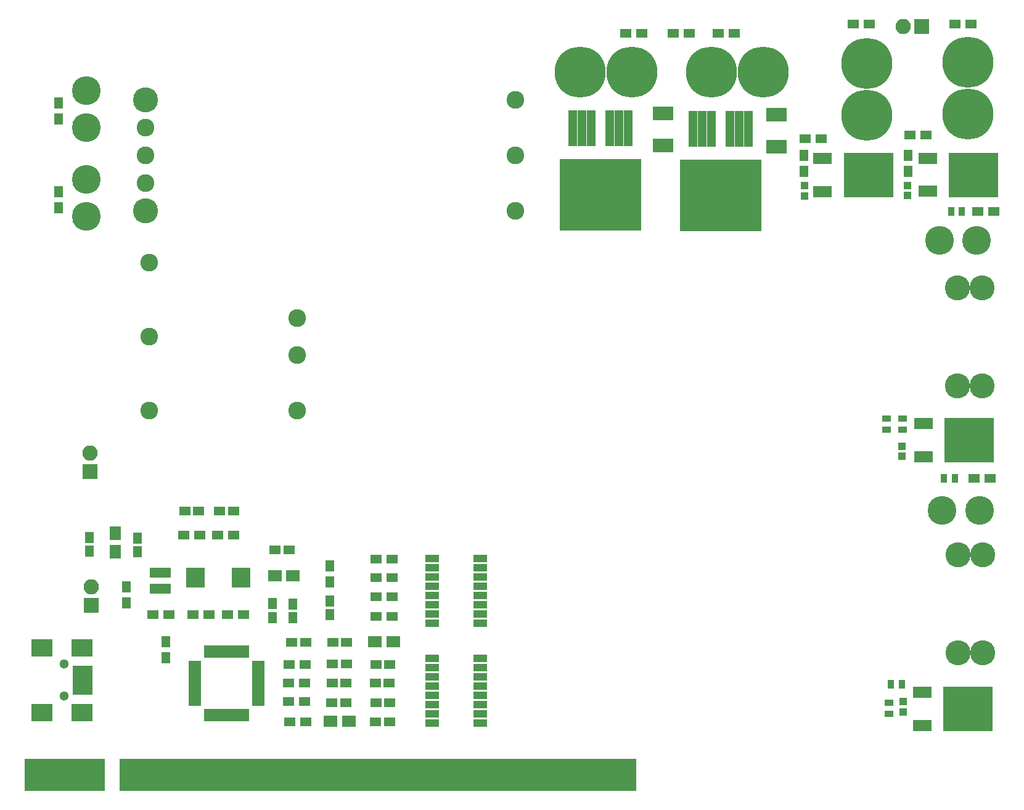
<source format=gts>
G04 #@! TF.FileFunction,Soldermask,Top*
%FSLAX46Y46*%
G04 Gerber Fmt 4.6, Leading zero omitted, Abs format (unit mm)*
G04 Created by KiCad (PCBNEW 4.0.7) date 01/04/18 13:19:04*
%MOMM*%
%LPD*%
G01*
G04 APERTURE LIST*
%ADD10C,0.100000*%
%ADD11R,2.700000X0.900000*%
%ADD12R,2.900000X2.400000*%
%ADD13C,1.300000*%
%ADD14R,1.101040X4.400500*%
%ADD15R,1.101040X3.600400*%
%ADD16C,2.432000*%
%ADD17R,1.600000X1.150000*%
%ADD18R,1.900000X1.000000*%
%ADD19C,3.448000*%
%ADD20R,2.100000X2.100000*%
%ADD21O,2.100000X2.100000*%
%ADD22R,1.300000X1.600000*%
%ADD23R,1.600000X1.300000*%
%ADD24C,3.956000*%
%ADD25R,1.150000X1.600000*%
%ADD26R,1.650000X1.900000*%
%ADD27R,1.900000X1.650000*%
%ADD28R,1.100000X1.000000*%
%ADD29C,7.004000*%
%ADD30R,2.600000X1.600000*%
%ADD31R,6.800000X6.200000*%
%ADD32R,1.200000X5.000000*%
%ADD33R,11.200000X9.800000*%
%ADD34R,1.300000X0.900000*%
%ADD35R,0.900000X1.300000*%
%ADD36R,1.050000X1.460000*%
%ADD37R,1.700000X0.650000*%
%ADD38R,0.650000X1.700000*%
%ADD39R,0.850000X1.850000*%
%ADD40R,2.600000X2.800000*%
G04 APERTURE END LIST*
D10*
D11*
X58934000Y-123596600D03*
X58934000Y-124396600D03*
X58934000Y-125196600D03*
X58934000Y-125996600D03*
X58934000Y-126796600D03*
D12*
X58834000Y-120746600D03*
X53334000Y-120746600D03*
X58834000Y-129646600D03*
X53334000Y-129646600D03*
D13*
X56334000Y-122996600D03*
X56334000Y-127396600D03*
D14*
X64467740Y-138176000D03*
X65465960Y-138176000D03*
X66466720Y-138176000D03*
X67467480Y-138176000D03*
X68465700Y-138176000D03*
X69466460Y-138176000D03*
X70467220Y-138176000D03*
X64467740Y-138176000D03*
X65465960Y-138176000D03*
X66466720Y-138176000D03*
X67467480Y-138176000D03*
X68465700Y-138176000D03*
X69466460Y-138176000D03*
X70467220Y-138176000D03*
X61465460Y-138176000D03*
D15*
X51465480Y-137777220D03*
D14*
X52466240Y-138176000D03*
X53467000Y-138176000D03*
X54467760Y-138176000D03*
X55465980Y-138176000D03*
X56466740Y-138176000D03*
X57467500Y-138176000D03*
X58465720Y-138176000D03*
X59466480Y-138176000D03*
X60467240Y-138176000D03*
X51465480Y-138176000D03*
X52466240Y-138176000D03*
X53467000Y-138176000D03*
X54467760Y-138176000D03*
X55465980Y-138176000D03*
X56466740Y-138176000D03*
X57467500Y-138176000D03*
X58465720Y-138176000D03*
X59466480Y-138176000D03*
X60467240Y-138176000D03*
X61465460Y-138176000D03*
X71465440Y-138176000D03*
X72466200Y-138176000D03*
X73466960Y-138176000D03*
X74467720Y-138176000D03*
X75465940Y-138176000D03*
X76466700Y-138176000D03*
X77467460Y-138176000D03*
X78465680Y-138176000D03*
X79466440Y-138176000D03*
X80467200Y-138176000D03*
X81465420Y-138176000D03*
X82466180Y-138176000D03*
X83466940Y-138176000D03*
X84467700Y-138176000D03*
X71465440Y-138176000D03*
X72466200Y-138176000D03*
X73466960Y-138176000D03*
X74467720Y-138176000D03*
X75465940Y-138176000D03*
X76466700Y-138176000D03*
X77467460Y-138176000D03*
X78465680Y-138176000D03*
X79466440Y-138176000D03*
X80467200Y-138176000D03*
X81465420Y-138176000D03*
X82466180Y-138176000D03*
X83466940Y-138176000D03*
X84467700Y-138176000D03*
X85465920Y-138176000D03*
X86466680Y-138176000D03*
X87467440Y-138176000D03*
X88465660Y-138176000D03*
X89466420Y-138176000D03*
X90467180Y-138176000D03*
X91465400Y-138176000D03*
X92466160Y-138176000D03*
X93466920Y-138176000D03*
X94467680Y-138176000D03*
X95465900Y-138176000D03*
X96466660Y-138176000D03*
X97467420Y-138176000D03*
X98465640Y-138176000D03*
X99466400Y-138176000D03*
X100467160Y-138176000D03*
X101465380Y-138176000D03*
X85465920Y-138176000D03*
X86466680Y-138176000D03*
X87467440Y-138176000D03*
X88465660Y-138176000D03*
X89466420Y-138176000D03*
X90467180Y-138176000D03*
X91465400Y-138176000D03*
X92466160Y-138176000D03*
X93466920Y-138176000D03*
X94467680Y-138176000D03*
X95465900Y-138176000D03*
X96466660Y-138176000D03*
X97467420Y-138176000D03*
X98465640Y-138176000D03*
X99466400Y-138176000D03*
X100467160Y-138176000D03*
X101465380Y-138176000D03*
X102466140Y-138176000D03*
X103466900Y-138176000D03*
X104467660Y-138176000D03*
X105465880Y-138176000D03*
X106466640Y-138176000D03*
X107467400Y-138176000D03*
X108465620Y-138176000D03*
X109466380Y-138176000D03*
X110467140Y-138176000D03*
X111465360Y-138176000D03*
X112466120Y-138176000D03*
X113466880Y-138176000D03*
X114467640Y-138176000D03*
X115465860Y-138176000D03*
X116466620Y-138176000D03*
X117467380Y-138176000D03*
X118465600Y-138176000D03*
X119466360Y-138176000D03*
X120467120Y-138176000D03*
X121465340Y-138176000D03*
X122466100Y-138176000D03*
X123466860Y-138176000D03*
X124467620Y-138176000D03*
X125465840Y-138176000D03*
X126466600Y-138176000D03*
X127467360Y-138176000D03*
X128465580Y-138176000D03*
X129466340Y-138176000D03*
X130467100Y-138176000D03*
X131467860Y-138176000D03*
X132466080Y-138176000D03*
X133466840Y-138176000D03*
X134467600Y-138176000D03*
X102466140Y-138176000D03*
X103466900Y-138176000D03*
X104467660Y-138176000D03*
X105465880Y-138176000D03*
X106466640Y-138176000D03*
X107467400Y-138176000D03*
X108465620Y-138176000D03*
X109466380Y-138176000D03*
X110467140Y-138176000D03*
X111465360Y-138176000D03*
X112466120Y-138176000D03*
X113466880Y-138176000D03*
X114467640Y-138176000D03*
X115465860Y-138176000D03*
X116466620Y-138176000D03*
X117467380Y-138176000D03*
X118465600Y-138176000D03*
X119466360Y-138176000D03*
X120467120Y-138176000D03*
X121465340Y-138176000D03*
X122466100Y-138176000D03*
X123466860Y-138176000D03*
X124467620Y-138176000D03*
X125465840Y-138176000D03*
X126466600Y-138176000D03*
X127467360Y-138176000D03*
X128465580Y-138176000D03*
X129466340Y-138176000D03*
X130467100Y-138176000D03*
X131467860Y-138176000D03*
X132466080Y-138176000D03*
D15*
X133466840Y-137777220D03*
D14*
X134467600Y-138176000D03*
D16*
X88392000Y-75438000D03*
X88392000Y-80518000D03*
X68072000Y-67818000D03*
X68072000Y-77978000D03*
X68072000Y-88138000D03*
X88392000Y-88138000D03*
D17*
X99189500Y-123063000D03*
X101089500Y-123063000D03*
D18*
X106938000Y-108458000D03*
X106938000Y-109728000D03*
X106938000Y-110998000D03*
X106938000Y-112268000D03*
X106938000Y-113538000D03*
X106938000Y-114808000D03*
X106938000Y-116078000D03*
X106938000Y-117348000D03*
X113538000Y-117348000D03*
X113538000Y-116078000D03*
X113538000Y-114808000D03*
X113538000Y-113538000D03*
X113538000Y-112268000D03*
X113538000Y-110998000D03*
X113538000Y-109728000D03*
X113538000Y-108458000D03*
D19*
X67564000Y-60706000D03*
D16*
X67564000Y-56896000D03*
X67564000Y-53086000D03*
X67564000Y-49276000D03*
D19*
X67564000Y-45466000D03*
D16*
X118364000Y-45466000D03*
X118364000Y-53086000D03*
X118364000Y-60706000D03*
X118364000Y-60706000D03*
X118364000Y-53086000D03*
X118364000Y-45466000D03*
D19*
X67564000Y-45466000D03*
D16*
X67564000Y-49276000D03*
X67564000Y-53086000D03*
X67564000Y-56896000D03*
D19*
X67564000Y-60706000D03*
D18*
X106934000Y-122174000D03*
X106934000Y-123444000D03*
X106934000Y-124714000D03*
X106934000Y-125984000D03*
X106934000Y-127254000D03*
X106934000Y-128524000D03*
X106934000Y-129794000D03*
X106934000Y-131064000D03*
X113534000Y-131064000D03*
X113534000Y-129794000D03*
X113534000Y-128524000D03*
X113534000Y-127254000D03*
X113534000Y-125984000D03*
X113534000Y-124714000D03*
X113534000Y-123444000D03*
X113534000Y-122174000D03*
D20*
X59944000Y-96520000D03*
D21*
X59944000Y-93980000D03*
D22*
X55626000Y-60282000D03*
X55626000Y-58082000D03*
D23*
X76304500Y-116205000D03*
X74104500Y-116205000D03*
D20*
X174142400Y-35433000D03*
D21*
X171602400Y-35433000D03*
D22*
X55626000Y-48090000D03*
X55626000Y-45890000D03*
D24*
X59436000Y-44196000D03*
X59436000Y-49326800D03*
D23*
X78846500Y-116205000D03*
X81046500Y-116205000D03*
D24*
X59436000Y-56388000D03*
X59436000Y-61518800D03*
D25*
X85026500Y-116581000D03*
X85026500Y-114681000D03*
D17*
X72966500Y-101981000D03*
X74866500Y-101981000D03*
D26*
X63436500Y-105049000D03*
X63436500Y-107549000D03*
D17*
X77732824Y-101981000D03*
X79632824Y-101981000D03*
X93286500Y-120015000D03*
X95186500Y-120015000D03*
D27*
X85300500Y-110871000D03*
X87800500Y-110871000D03*
D17*
X93163409Y-125603000D03*
X95063409Y-125603000D03*
X87632500Y-120015000D03*
X89532500Y-120015000D03*
D25*
X87820500Y-114747000D03*
X87820500Y-116647000D03*
X92900500Y-114305000D03*
X92900500Y-116205000D03*
X59880500Y-107503000D03*
X59880500Y-105603000D03*
D27*
X95484000Y-130810000D03*
X92984000Y-130810000D03*
X99080000Y-119888000D03*
X101580000Y-119888000D03*
D17*
X95055077Y-128270000D03*
X93155077Y-128270000D03*
X95118000Y-122936000D03*
X93218000Y-122936000D03*
X99151400Y-130937000D03*
X101051400Y-130937000D03*
X99189500Y-128270000D03*
X101089500Y-128270000D03*
X99126000Y-125603000D03*
X101026000Y-125603000D03*
D28*
X172212000Y-57237400D03*
X172212000Y-58637400D03*
D23*
X180906600Y-35052000D03*
X178706600Y-35052000D03*
D28*
X171434760Y-93056480D03*
X171434760Y-94456480D03*
D23*
X181848400Y-60797440D03*
X184048400Y-60797440D03*
D28*
X171640500Y-128141500D03*
X171640500Y-129541500D03*
D23*
X181335500Y-97472500D03*
X183535500Y-97472500D03*
X139997000Y-36322000D03*
X142197000Y-36322000D03*
D28*
X158031180Y-57287160D03*
X158031180Y-58687160D03*
D23*
X166936600Y-35052000D03*
X164736600Y-35052000D03*
X135720000Y-36322000D03*
X133520000Y-36322000D03*
X148420000Y-36322000D03*
X146220000Y-36322000D03*
D19*
X179034440Y-84769960D03*
X182438040Y-84769960D03*
X182438040Y-71307960D03*
X179034440Y-71307960D03*
X179158900Y-121475500D03*
X182562500Y-121475500D03*
X182562500Y-108013500D03*
X179158900Y-108013500D03*
D20*
X60134500Y-114935000D03*
D21*
X60134500Y-112395000D03*
D25*
X66484500Y-107569000D03*
X66484500Y-105669000D03*
D17*
X85346500Y-107315000D03*
X87246500Y-107315000D03*
D29*
X180517800Y-47472600D03*
X180517800Y-40309800D03*
D24*
X176560480Y-64759840D03*
X181691280Y-64759840D03*
X176974500Y-101854000D03*
X182105300Y-101854000D03*
D29*
X166608760Y-47619920D03*
X166608760Y-40457120D03*
X145262600Y-41656000D03*
X152425400Y-41656000D03*
X127228600Y-41656000D03*
X134391400Y-41656000D03*
D30*
X174960280Y-53502560D03*
X174960280Y-58062560D03*
D31*
X181260280Y-55782560D03*
D30*
X174384040Y-89943320D03*
X174384040Y-94503320D03*
D31*
X180684040Y-92223320D03*
D30*
X174206500Y-126867840D03*
X174206500Y-131427840D03*
D31*
X180506500Y-129147840D03*
D30*
X160519000Y-53536500D03*
X160519000Y-58096500D03*
D31*
X166819000Y-55816500D03*
D32*
X143967200Y-49433480D03*
X142697200Y-49433480D03*
X145237200Y-49433480D03*
X147777200Y-49433480D03*
X149047200Y-49433480D03*
D33*
X146507200Y-58577480D03*
D32*
X150317200Y-49433480D03*
X127508000Y-49403000D03*
X126238000Y-49403000D03*
X128778000Y-49403000D03*
X131318000Y-49403000D03*
X132588000Y-49403000D03*
D33*
X130048000Y-58547000D03*
D32*
X133858000Y-49403000D03*
D22*
X172257720Y-55290720D03*
X172257720Y-53090720D03*
D23*
X174762160Y-50327560D03*
X172562160Y-50327560D03*
D34*
X169346880Y-90789760D03*
X169346880Y-89289760D03*
X171490640Y-90799920D03*
X171490640Y-89299920D03*
D35*
X179679600Y-60833000D03*
X178179600Y-60833000D03*
D34*
X169672000Y-129782000D03*
X169672000Y-128282000D03*
D35*
X171438000Y-125793500D03*
X169938000Y-125793500D03*
X178689000Y-97472500D03*
X177189000Y-97472500D03*
D23*
X87228500Y-125603000D03*
X89428500Y-125603000D03*
D22*
X157995620Y-55298520D03*
X157995620Y-53098520D03*
D23*
X160370700Y-50800000D03*
X158170700Y-50800000D03*
D22*
X64960500Y-114595000D03*
X64960500Y-112395000D03*
D23*
X77492500Y-105283000D03*
X79692500Y-105283000D03*
X68602500Y-116205000D03*
X70802500Y-116205000D03*
X75034500Y-105283000D03*
X72834500Y-105283000D03*
D22*
X92900500Y-111717000D03*
X92900500Y-109517000D03*
X70358000Y-119931000D03*
X70358000Y-122131000D03*
D23*
X87398500Y-130937000D03*
X89598500Y-130937000D03*
X87228500Y-128143000D03*
X89428500Y-128143000D03*
X87292000Y-123063000D03*
X89492000Y-123063000D03*
X99230000Y-108585000D03*
X101430000Y-108585000D03*
X99230000Y-111125000D03*
X101430000Y-111125000D03*
X99230000Y-113728500D03*
X101430000Y-113728500D03*
X99230000Y-116459000D03*
X101430000Y-116459000D03*
D36*
X68648500Y-112649000D03*
X69598500Y-112649000D03*
X70548500Y-112649000D03*
X70548500Y-110449000D03*
X68648500Y-110449000D03*
X69598500Y-110449000D03*
D37*
X74326500Y-122853000D03*
X74326500Y-123353000D03*
X74326500Y-123853000D03*
X74326500Y-124353000D03*
X74326500Y-124853000D03*
X74326500Y-125353000D03*
X74326500Y-125853000D03*
X74326500Y-126353000D03*
X74326500Y-126853000D03*
X74326500Y-127353000D03*
X74326500Y-127853000D03*
X74326500Y-128353000D03*
D38*
X75926500Y-129953000D03*
X76426500Y-129953000D03*
X76926500Y-129953000D03*
X77426500Y-129953000D03*
X77926500Y-129953000D03*
X78426500Y-129953000D03*
X78926500Y-129953000D03*
X79426500Y-129953000D03*
X79926500Y-129953000D03*
X80426500Y-129953000D03*
X80926500Y-129953000D03*
X81426500Y-129953000D03*
D37*
X83026500Y-128353000D03*
X83026500Y-127853000D03*
X83026500Y-127353000D03*
X83026500Y-126853000D03*
X83026500Y-126353000D03*
X83026500Y-125853000D03*
X83026500Y-125353000D03*
X83026500Y-124853000D03*
X83026500Y-124353000D03*
X83026500Y-123853000D03*
X83026500Y-123353000D03*
X83026500Y-122853000D03*
D38*
X81426500Y-121253000D03*
X80926500Y-121253000D03*
X80426500Y-121253000D03*
X79926500Y-121253000D03*
X79426500Y-121253000D03*
X78926500Y-121253000D03*
X78426500Y-121253000D03*
X77926500Y-121253000D03*
X77426500Y-121253000D03*
X76926500Y-121253000D03*
X76426500Y-121253000D03*
X75926500Y-121253000D03*
D39*
X155153000Y-47520500D03*
X154503000Y-47520500D03*
X153853000Y-47520500D03*
X153203000Y-47520500D03*
X153203000Y-51920500D03*
X153853000Y-51920500D03*
X154503000Y-51920500D03*
X155153000Y-51920500D03*
X139638680Y-47365560D03*
X138988680Y-47365560D03*
X138338680Y-47365560D03*
X137688680Y-47365560D03*
X137688680Y-51765560D03*
X138338680Y-51765560D03*
X138988680Y-51765560D03*
X139638680Y-51765560D03*
D40*
X80708500Y-111125000D03*
X74408500Y-111125000D03*
M02*

</source>
